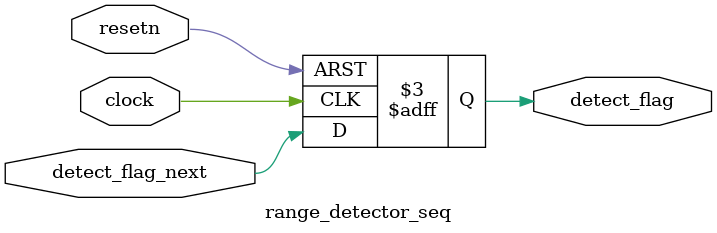
<source format=sv>
module configurable_range_detector(
    input wire clock, resetn,
    input wire [15:0] data,
    input wire [15:0] bound_a, bound_b,
    input wire [1:0] mode, // 00:in_range, 01:out_range, 10:above_only, 11:below_only
    output wire detect_flag
);
    // 内部连线
    wire in_range_condition;
    wire comparison_result;
    wire detect_flag_next;
    
    // 实例化纯组合逻辑模块
    range_detector_comb u_range_detector_comb (
        .data(data),
        .bound_a(bound_a),
        .bound_b(bound_b),
        .mode(mode),
        .detect_flag_next(comparison_result)
    );
    
    // 实例化纯时序逻辑模块
    range_detector_seq u_range_detector_seq (
        .clock(clock),
        .resetn(resetn),
        .detect_flag_next(comparison_result),
        .detect_flag(detect_flag)
    );
endmodule

// 纯组合逻辑模块 - 包含所有范围检测的组合逻辑
module range_detector_comb (
    input wire [15:0] data,
    input wire [15:0] bound_a, bound_b,
    input wire [1:0] mode,
    output wire detect_flag_next
);
    // 基本组合逻辑信号
    wire above_a, below_b, in_range;
    reg mode_result;
    
    // 范围比较逻辑
    assign above_a = (data >= bound_a);
    assign below_b = (data <= bound_b);
    assign in_range = above_a && below_b;
    
    // 模式选择组合逻辑
    always @(*) begin
        case(mode)
            2'b00: mode_result = in_range;      // 在范围内
            2'b01: mode_result = !in_range;     // 在范围外
            2'b10: mode_result = above_a;       // 仅高于下界
            2'b11: mode_result = below_b;       // 仅低于上界
            default: mode_result = 1'b0;        // 默认值
        endcase
    end
    
    // 组合逻辑输出
    assign detect_flag_next = mode_result;
endmodule

// 纯时序逻辑模块 - 处理所有寄存器和时钟相关逻辑
module range_detector_seq (
    input wire clock,
    input wire resetn,
    input wire detect_flag_next,
    output reg detect_flag
);
    // 时序逻辑 - 将组合逻辑结果同步到时钟域
    always @(posedge clock or negedge resetn) begin
        if (!resetn) 
            detect_flag <= 1'b0;
        else 
            detect_flag <= detect_flag_next;
    end
endmodule
</source>
